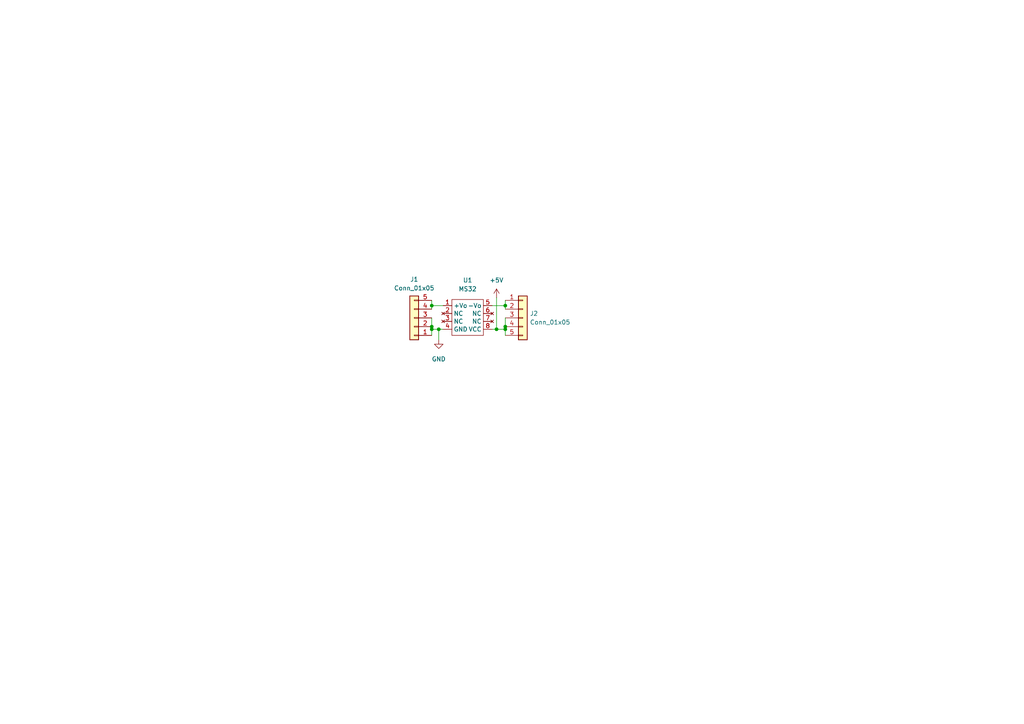
<source format=kicad_sch>
(kicad_sch (version 20211123) (generator eeschema)
  (paper "A4")
  (lib_symbols
    (symbol "Connector_Generic:Conn_01x05" (pin_names (offset 1.016) hide)
      (property "Reference" "J" (at 0 7.62 0))
      (property "Value" "Conn_01x05" (at 0 -7.62 0))
      (symbol "Conn_01x05_1_1"
        (rectangle (start -1.27 -4.953) (end 0 -5.207) (stroke (width 0.1524)))
        (rectangle (start -1.27 -2.413) (end 0 -2.667) (stroke (width 0.1524)))
        (rectangle (start -1.27 0.127) (end 0 -0.127) (stroke (width 0.1524)))
        (rectangle (start -1.27 2.667) (end 0 2.413) (stroke (width 0.1524)))
        (rectangle (start -1.27 5.207) (end 0 4.953) (stroke (width 0.1524)))
        (rectangle (start -1.27 6.35) (end 1.27 -6.35) (stroke (width 0.254)) (fill (type background)))
        (pin passive line (at -5.08 5.08 0) (length 3.81) (name "Pin_1") (number "1"))
        (pin passive line (at -5.08 2.54 0) (length 3.81) (name "Pin_2") (number "2"))
        (pin passive line (at -5.08 0 0) (length 3.81) (name "Pin_3") (number "3"))
        (pin passive line (at -5.08 -2.54 0) (length 3.81) (name "Pin_4") (number "4"))
        (pin passive line (at -5.08 -5.08 0) (length 3.81) (name "Pin_5") (number "5"))
      )
    )
    (symbol "SensorDesign:MS32"
      (property "Reference" "U" (at 0 0 0))
      (property "Value" "MS32" (at 0 1.778 0))
      (symbol "MS32_0_1"
        (rectangle (start -3.81 -2.032) (end 5.334 -12.446))
      )
      (symbol "MS32_1_1"
        (pin output line (at -6.35 -3.81 0) (length 2.54) (name "+Vo") (number "1"))
        (pin no_connect line (at -6.35 -6.096 0) (length 2.54) (name "NC") (number "2"))
        (pin no_connect line (at -6.35 -8.382 0) (length 2.54) (name "NC") (number "3"))
        (pin power_in line (at -6.35 -10.668 0) (length 2.54) (name "GND") (number "4"))
        (pin output line (at 7.874 -3.81 180) (length 2.54) (name "-Vo") (number "5"))
        (pin no_connect line (at 7.874 -6.096 180) (length 2.54) (name "NC") (number "6"))
        (pin no_connect line (at 7.874 -8.382 180) (length 2.54) (name "NC") (number "7"))
        (pin power_in line (at 7.874 -10.668 180) (length 2.54) (name "VCC") (number "8"))
      )
    )
    (symbol "power:+5V" (power) (pin_names (offset 0))
      (property "Value" "+5V" (at 0 3.556 0))
      (symbol "+5V_0_1"
        (polyline (pts (xy -0.762 1.27) (xy 0 2.54)))
        (polyline (pts (xy 0 0) (xy 0 2.54)))
        (polyline (pts (xy 0 2.54) (xy 0.762 1.27)))
      )
      (symbol "+5V_1_1"
        (pin power_in line (at 0 0 90) (length 0) hide (name "+5V") (number "1"))
      )
    )
    (symbol "power:GND" (power) (pin_names (offset 0))
      (property "Value" "GND" (at 0 -3.81 0))
      (symbol "GND_0_1"
        (polyline (pts (xy 0 0) (xy 0 -1.27) (xy 1.27 -1.27) (xy 0 -2.54) (xy -1.27 -1.27) (xy 0 -1.27)))
      )
      (symbol "GND_1_1"
        (pin power_in line (at 0 0 270) (length 0) hide (name "GND") (number "1"))
      )
    )
  )
  (junction (at 146.558 95.504))
  (junction (at 146.558 94.742))
  (junction (at 127.254 95.504))
  (junction (at 144.018 95.504))
  (junction (at 125.222 95.504))
  (junction (at 146.558 88.646))
  (junction (at 125.222 88.646))
  (junction (at 125.222 94.742))
  (wire (pts (xy 142.748 88.646) (xy 146.558 88.646)))
  (wire (pts (xy 127.254 95.504) (xy 125.222 95.504)))
  (wire (pts (xy 144.018 95.504) (xy 146.558 95.504)))
  (wire (pts (xy 128.524 88.646) (xy 125.222 88.646)))
  (wire (pts (xy 125.222 92.202) (xy 125.222 94.742)))
  (wire (pts (xy 127.254 95.504) (xy 127.254 98.552)))
  (wire (pts (xy 146.558 88.646) (xy 146.558 89.662)))
  (wire (pts (xy 128.524 95.504) (xy 127.254 95.504)))
  (wire (pts (xy 125.222 95.504) (xy 125.222 97.282)))
  (wire (pts (xy 142.748 95.504) (xy 144.018 95.504)))
  (wire (pts (xy 146.558 95.504) (xy 146.558 97.282)))
  (wire (pts (xy 125.222 94.742) (xy 125.222 95.504)))
  (wire (pts (xy 144.018 86.36) (xy 144.018 95.504)))
  (wire (pts (xy 146.558 95.504) (xy 146.558 94.742)))
  (wire (pts (xy 125.222 88.646) (xy 125.222 87.122)))
  (wire (pts (xy 146.558 92.202) (xy 146.558 94.742)))
  (wire (pts (xy 125.222 88.646) (xy 125.222 89.662)))
  (wire (pts (xy 146.558 88.646) (xy 146.558 87.122)))
  (symbol (lib_id "Connector_Generic:Conn_01x05") (at 120.142 92.202 180) (unit 1)
    (property "Reference" "J1" (at 120.142 81.026 0))
    (property "Value" "Conn_01x05" (at 120.142 83.566 0))
    (property "Footprint" "Connector_PinHeader_2.54mm:PinHeader_1x05_P2.54mm_Vertical" (effects hide))
  )
  (symbol (lib_id "power:GND") (at 127.254 98.552 0) (unit 1)
    (property "Reference" "#PWR01" (effects hide))
    (property "Value" "GND" (at 127.254 104.14 0))
  )
  (symbol (lib_id "Connector_Generic:Conn_01x05") (at 151.638 92.202 0) (unit 1)
    (property "Reference" "J2" (at 153.67 90.9319 0) (effects (justify left)))
    (property "Value" "Conn_01x05" (at 153.67 93.4719 0) (effects (justify left)))
    (property "Footprint" "Connector_PinHeader_2.54mm:PinHeader_1x05_P2.54mm_Vertical" (effects hide))
  )
  (symbol (lib_id "SensorDesign:MS32") (at 134.874 84.836 0) (unit 1)
    (property "Reference" "U1" (at 135.636 81.28 0))
    (property "Value" "MS32" (at 135.636 83.82 0))
    (property "Footprint" "SensorDesign:LGA-9 3x3" (effects hide))
  )
  (symbol (lib_id "power:+5V") (at 144.018 86.36 0) (unit 1)
    (property "Reference" "#PWR02" (effects hide))
    (property "Value" "+5V" (at 144.018 81.28 0))
  )
)
</source>
